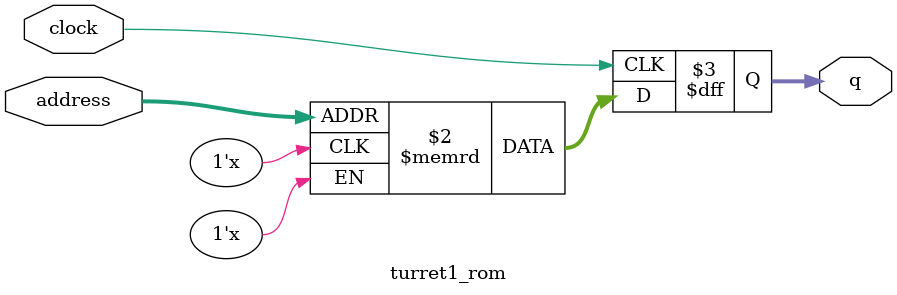
<source format=sv>
module turret1_rom (
	input logic clock,
	input logic [9:0] address,
	output logic [7:0] q
);

logic [7:0] memory [0:1023] /* synthesis ram_init_file = "./turret1/turret1.mif" */;

always_ff @ (posedge clock) begin
	q <= memory[address];
end

endmodule

</source>
